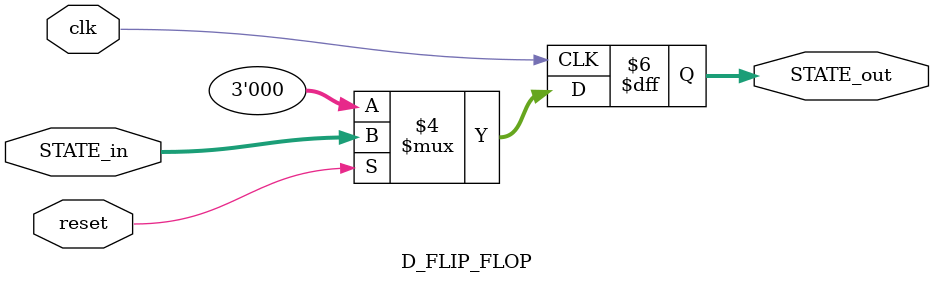
<source format=v>
`timescale 1ns / 1ps


module D_FLIP_FLOP(
  input [2:0] STATE_in,
  input reset, 
  input clk,
  output reg[2:0] STATE_out
);

  always @(negedge clk) begin
    if (!reset) 
      STATE_out = 3'b000;
    else 
      STATE_out = STATE_in;
  end
endmodule

</source>
